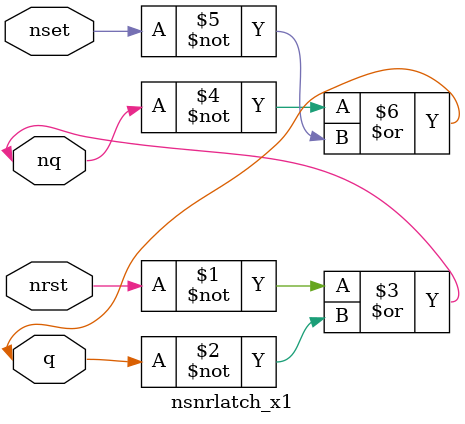
<source format=v>
/*                                                                      */
/*  Avertec Release v3.4p5 (64 bits on Linux 6.7.12+bpo-amd64)          */
/*  [AVT_only] host: fsdev                                              */
/*  [AVT_only] arch: x86_64                                             */
/*  [AVT_only] path: /opt/tasyag-3.4p5/bin/avt_shell                    */
/*  argv:                                                               */
/*                                                                      */
/*  User: verhaegs                                                      */
/*  Generation date Tue Sep 24 13:35:35 2024                            */
/*                                                                      */
/*  Verilog data flow description generated from `nsnrlatch_x1`         */
/*                                                                      */


`timescale 1 ps/1 ps

module nsnrlatch_x1 (nset, nrst, q, nq);

  input  nset;
  input  nrst;
  inout  q;
  inout  nq;


  assign nq = (~(nrst) | ~(q));
  assign q = (~(nq) | ~(nset));

endmodule

</source>
